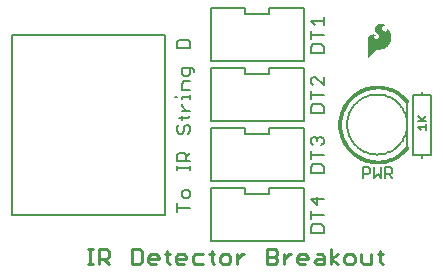
<source format=gto>
G75*
G70*
%OFA0B0*%
%FSLAX24Y24*%
%IPPOS*%
%LPD*%
%AMOC8*
5,1,8,0,0,1.08239X$1,22.5*
%
%ADD10C,0.0090*%
%ADD11C,0.0080*%
%ADD12C,0.0060*%
%ADD13C,0.0010*%
%ADD14C,0.0050*%
D10*
X005742Y000577D02*
X005912Y000577D01*
X005827Y000577D02*
X005827Y001087D01*
X005742Y001087D02*
X005912Y001087D01*
X006110Y001087D02*
X006365Y001087D01*
X006450Y001002D01*
X006450Y000832D01*
X006365Y000747D01*
X006110Y000747D01*
X006280Y000747D02*
X006450Y000577D01*
X006110Y000577D02*
X006110Y001087D01*
X007215Y001087D02*
X007215Y000577D01*
X007470Y000577D01*
X007555Y000662D01*
X007555Y001002D01*
X007470Y001087D01*
X007215Y001087D01*
X007767Y000832D02*
X007852Y000917D01*
X008022Y000917D01*
X008107Y000832D01*
X008107Y000747D01*
X007767Y000747D01*
X007767Y000662D02*
X007767Y000832D01*
X007767Y000662D02*
X007852Y000577D01*
X008022Y000577D01*
X008405Y000662D02*
X008490Y000577D01*
X008405Y000662D02*
X008405Y001002D01*
X008320Y000917D02*
X008490Y000917D01*
X008688Y000832D02*
X008773Y000917D01*
X008943Y000917D01*
X009028Y000832D01*
X009028Y000747D01*
X008688Y000747D01*
X008688Y000662D02*
X008688Y000832D01*
X008688Y000662D02*
X008773Y000577D01*
X008943Y000577D01*
X009240Y000662D02*
X009240Y000832D01*
X009325Y000917D01*
X009581Y000917D01*
X009793Y000917D02*
X009963Y000917D01*
X009878Y001002D02*
X009878Y000662D01*
X009963Y000577D01*
X010161Y000662D02*
X010246Y000577D01*
X010416Y000577D01*
X010501Y000662D01*
X010501Y000832D01*
X010416Y000917D01*
X010246Y000917D01*
X010161Y000832D01*
X010161Y000662D01*
X010714Y000747D02*
X010884Y000917D01*
X010969Y000917D01*
X010714Y000917D02*
X010714Y000577D01*
X011726Y000577D02*
X011726Y001087D01*
X011982Y001087D01*
X012067Y001002D01*
X012067Y000917D01*
X011982Y000832D01*
X011726Y000832D01*
X011982Y000832D02*
X012067Y000747D01*
X012067Y000662D01*
X011982Y000577D01*
X011726Y000577D01*
X012279Y000577D02*
X012279Y000917D01*
X012279Y000747D02*
X012449Y000917D01*
X012534Y000917D01*
X012739Y000832D02*
X012824Y000917D01*
X012994Y000917D01*
X013079Y000832D01*
X013079Y000747D01*
X012739Y000747D01*
X012739Y000662D02*
X012739Y000832D01*
X012739Y000662D02*
X012824Y000577D01*
X012994Y000577D01*
X013292Y000662D02*
X013377Y000747D01*
X013632Y000747D01*
X013632Y000832D02*
X013632Y000577D01*
X013377Y000577D01*
X013292Y000662D01*
X013377Y000917D02*
X013547Y000917D01*
X013632Y000832D01*
X013844Y000747D02*
X014099Y000917D01*
X014304Y000832D02*
X014304Y000662D01*
X014389Y000577D01*
X014560Y000577D01*
X014645Y000662D01*
X014645Y000832D01*
X014560Y000917D01*
X014389Y000917D01*
X014304Y000832D01*
X014099Y000577D02*
X013844Y000747D01*
X013844Y000577D02*
X013844Y001087D01*
X014857Y000917D02*
X014857Y000662D01*
X014942Y000577D01*
X015197Y000577D01*
X015197Y000917D01*
X015409Y000917D02*
X015579Y000917D01*
X015494Y001002D02*
X015494Y000662D01*
X015579Y000577D01*
X009581Y000577D02*
X009325Y000577D01*
X009240Y000662D01*
D11*
X008334Y002232D02*
X003215Y002232D01*
X003215Y008232D01*
X008334Y008232D01*
X008334Y002232D01*
X008736Y002322D02*
X008736Y002602D01*
X008736Y002462D02*
X009157Y002462D01*
X009086Y002782D02*
X008946Y002782D01*
X008876Y002852D01*
X008876Y002992D01*
X008946Y003062D01*
X009086Y003062D01*
X009157Y002992D01*
X009157Y002852D01*
X009086Y002782D01*
X009841Y003118D02*
X011003Y003118D01*
X011003Y002921D01*
X011790Y002921D01*
X011790Y003118D01*
X012952Y003118D01*
X012952Y001346D01*
X009841Y001346D01*
X009841Y003118D01*
X009841Y003346D02*
X009841Y005118D01*
X011003Y005118D01*
X011003Y004921D01*
X011790Y004921D01*
X011790Y005118D01*
X012952Y005118D01*
X012952Y003346D01*
X009841Y003346D01*
X009157Y003703D02*
X009157Y003843D01*
X009157Y003773D02*
X008736Y003773D01*
X008736Y003703D02*
X008736Y003843D01*
X008736Y004010D02*
X008736Y004220D01*
X008806Y004290D01*
X008946Y004290D01*
X009016Y004220D01*
X009016Y004010D01*
X009016Y004150D02*
X009157Y004290D01*
X009157Y004010D02*
X008736Y004010D01*
X008806Y004930D02*
X008876Y004930D01*
X008946Y005001D01*
X008946Y005141D01*
X009016Y005211D01*
X009086Y005211D01*
X009157Y005141D01*
X009157Y005001D01*
X009086Y004930D01*
X008806Y004930D02*
X008736Y005001D01*
X008736Y005141D01*
X008806Y005211D01*
X008876Y005391D02*
X008876Y005531D01*
X008806Y005461D02*
X009086Y005461D01*
X009157Y005531D01*
X009157Y005698D02*
X008876Y005698D01*
X008876Y005838D02*
X008876Y005908D01*
X008876Y005838D02*
X009016Y005698D01*
X008876Y006081D02*
X008876Y006151D01*
X009157Y006151D01*
X009157Y006081D02*
X009157Y006221D01*
X009157Y006388D02*
X008876Y006388D01*
X008876Y006598D01*
X008946Y006668D01*
X009157Y006668D01*
X009086Y006849D02*
X008946Y006849D01*
X008876Y006919D01*
X008876Y007129D01*
X009227Y007129D01*
X009297Y007059D01*
X009297Y006989D01*
X009157Y006919D02*
X009086Y006849D01*
X009157Y006919D02*
X009157Y007129D01*
X009841Y007118D02*
X011003Y007118D01*
X011003Y006921D01*
X011790Y006921D01*
X011790Y007118D01*
X012952Y007118D01*
X012952Y005346D01*
X009841Y005346D01*
X009841Y007118D01*
X009841Y007346D02*
X009841Y009118D01*
X011003Y009118D01*
X011003Y008921D01*
X011790Y008921D01*
X011790Y009118D01*
X012952Y009118D01*
X012952Y007346D01*
X009841Y007346D01*
X009157Y007769D02*
X009157Y007979D01*
X009086Y008050D01*
X008806Y008050D01*
X008736Y007979D01*
X008736Y007769D01*
X009157Y007769D01*
X008736Y006151D02*
X008666Y006151D01*
X013186Y006082D02*
X013186Y006362D01*
X013186Y006222D02*
X013607Y006222D01*
X013607Y006543D02*
X013326Y006823D01*
X013256Y006823D01*
X013186Y006753D01*
X013186Y006613D01*
X013256Y006543D01*
X013607Y006543D02*
X013607Y006823D01*
X013607Y007622D02*
X013186Y007622D01*
X013186Y007832D01*
X013256Y007902D01*
X013536Y007902D01*
X013607Y007832D01*
X013607Y007622D01*
X013186Y008082D02*
X013186Y008362D01*
X013186Y008222D02*
X013607Y008222D01*
X013607Y008543D02*
X013607Y008823D01*
X013607Y008683D02*
X013186Y008683D01*
X013326Y008543D01*
X016897Y006332D02*
X016897Y006232D01*
X017197Y006232D01*
X017197Y004232D01*
X016897Y004232D01*
X016897Y004132D01*
X016897Y004232D02*
X016597Y004232D01*
X016597Y006232D01*
X016897Y006232D01*
X016397Y005982D02*
X016397Y004482D01*
X013607Y004613D02*
X013536Y004543D01*
X013607Y004613D02*
X013607Y004753D01*
X013536Y004823D01*
X013466Y004823D01*
X013396Y004753D01*
X013396Y004683D01*
X013396Y004753D02*
X013326Y004823D01*
X013256Y004823D01*
X013186Y004753D01*
X013186Y004613D01*
X013256Y004543D01*
X013186Y004362D02*
X013186Y004082D01*
X013186Y004222D02*
X013607Y004222D01*
X013536Y003902D02*
X013256Y003902D01*
X013186Y003832D01*
X013186Y003622D01*
X013607Y003622D01*
X013607Y003832D01*
X013536Y003902D01*
X013396Y002823D02*
X013396Y002543D01*
X013186Y002753D01*
X013607Y002753D01*
X013186Y002362D02*
X013186Y002082D01*
X013256Y001902D02*
X013186Y001832D01*
X013186Y001622D01*
X013607Y001622D01*
X013607Y001832D01*
X013536Y001902D01*
X013256Y001902D01*
X013186Y002222D02*
X013607Y002222D01*
X013607Y005622D02*
X013186Y005622D01*
X013186Y005832D01*
X013256Y005902D01*
X013536Y005902D01*
X013607Y005832D01*
X013607Y005622D01*
D12*
X014397Y005232D02*
X014399Y005295D01*
X014405Y005357D01*
X014415Y005419D01*
X014428Y005481D01*
X014446Y005541D01*
X014467Y005600D01*
X014492Y005658D01*
X014521Y005714D01*
X014553Y005768D01*
X014588Y005820D01*
X014626Y005869D01*
X014668Y005917D01*
X014712Y005961D01*
X014760Y006003D01*
X014809Y006041D01*
X014861Y006076D01*
X014915Y006108D01*
X014971Y006137D01*
X015029Y006162D01*
X015088Y006183D01*
X015148Y006201D01*
X015210Y006214D01*
X015272Y006224D01*
X015334Y006230D01*
X015397Y006232D01*
X015460Y006230D01*
X015522Y006224D01*
X015584Y006214D01*
X015646Y006201D01*
X015706Y006183D01*
X015765Y006162D01*
X015823Y006137D01*
X015879Y006108D01*
X015933Y006076D01*
X015985Y006041D01*
X016034Y006003D01*
X016082Y005961D01*
X016126Y005917D01*
X016168Y005869D01*
X016206Y005820D01*
X016241Y005768D01*
X016273Y005714D01*
X016302Y005658D01*
X016327Y005600D01*
X016348Y005541D01*
X016366Y005481D01*
X016379Y005419D01*
X016389Y005357D01*
X016395Y005295D01*
X016397Y005232D01*
X016395Y005169D01*
X016389Y005107D01*
X016379Y005045D01*
X016366Y004983D01*
X016348Y004923D01*
X016327Y004864D01*
X016302Y004806D01*
X016273Y004750D01*
X016241Y004696D01*
X016206Y004644D01*
X016168Y004595D01*
X016126Y004547D01*
X016082Y004503D01*
X016034Y004461D01*
X015985Y004423D01*
X015933Y004388D01*
X015879Y004356D01*
X015823Y004327D01*
X015765Y004302D01*
X015706Y004281D01*
X015646Y004263D01*
X015584Y004250D01*
X015522Y004240D01*
X015460Y004234D01*
X015397Y004232D01*
X015334Y004234D01*
X015272Y004240D01*
X015210Y004250D01*
X015148Y004263D01*
X015088Y004281D01*
X015029Y004302D01*
X014971Y004327D01*
X014915Y004356D01*
X014861Y004388D01*
X014809Y004423D01*
X014760Y004461D01*
X014712Y004503D01*
X014668Y004547D01*
X014626Y004595D01*
X014588Y004644D01*
X014553Y004696D01*
X014521Y004750D01*
X014492Y004806D01*
X014467Y004864D01*
X014446Y004923D01*
X014428Y004983D01*
X014415Y005045D01*
X014405Y005107D01*
X014399Y005169D01*
X014397Y005232D01*
X014927Y003802D02*
X015097Y003802D01*
X015153Y003745D01*
X015153Y003632D01*
X015097Y003575D01*
X014927Y003575D01*
X014927Y003462D02*
X014927Y003802D01*
X015295Y003802D02*
X015295Y003462D01*
X015408Y003575D01*
X015522Y003462D01*
X015522Y003802D01*
X015663Y003802D02*
X015833Y003802D01*
X015890Y003745D01*
X015890Y003632D01*
X015833Y003575D01*
X015663Y003575D01*
X015663Y003462D02*
X015663Y003802D01*
X015777Y003575D02*
X015890Y003462D01*
D13*
X016429Y006012D02*
X016357Y005958D01*
X016358Y005959D02*
X016315Y006012D01*
X016270Y006063D01*
X016221Y006111D01*
X016170Y006156D01*
X016116Y006199D01*
X016060Y006238D01*
X016002Y006274D01*
X015942Y006307D01*
X015881Y006336D01*
X015817Y006361D01*
X015753Y006383D01*
X015687Y006402D01*
X015620Y006416D01*
X015553Y006427D01*
X015485Y006434D01*
X015417Y006437D01*
X015348Y006436D01*
X015280Y006431D01*
X015212Y006423D01*
X015145Y006410D01*
X015079Y006394D01*
X015014Y006374D01*
X014949Y006351D01*
X014887Y006324D01*
X014826Y006293D01*
X014767Y006259D01*
X014709Y006222D01*
X014654Y006181D01*
X014602Y006137D01*
X014552Y006091D01*
X014505Y006042D01*
X014460Y005990D01*
X014419Y005936D01*
X014380Y005879D01*
X014345Y005820D01*
X014314Y005760D01*
X014286Y005698D01*
X014261Y005634D01*
X014240Y005569D01*
X014223Y005503D01*
X014209Y005436D01*
X014200Y005368D01*
X014194Y005300D01*
X014192Y005232D01*
X014194Y005164D01*
X014200Y005096D01*
X014209Y005028D01*
X014223Y004961D01*
X014240Y004895D01*
X014261Y004830D01*
X014286Y004766D01*
X014314Y004704D01*
X014345Y004644D01*
X014380Y004585D01*
X014419Y004528D01*
X014460Y004474D01*
X014505Y004422D01*
X014552Y004373D01*
X014602Y004327D01*
X014654Y004283D01*
X014709Y004242D01*
X014767Y004205D01*
X014826Y004171D01*
X014887Y004140D01*
X014949Y004113D01*
X015014Y004090D01*
X015079Y004070D01*
X015145Y004054D01*
X015212Y004041D01*
X015280Y004033D01*
X015348Y004028D01*
X015417Y004027D01*
X015485Y004030D01*
X015553Y004037D01*
X015620Y004048D01*
X015687Y004062D01*
X015753Y004081D01*
X015817Y004103D01*
X015881Y004128D01*
X015942Y004157D01*
X016002Y004190D01*
X016060Y004226D01*
X016116Y004265D01*
X016170Y004308D01*
X016221Y004353D01*
X016270Y004401D01*
X016315Y004452D01*
X016358Y004505D01*
X016429Y004452D01*
X016430Y004451D01*
X016386Y004396D01*
X016338Y004343D01*
X016288Y004292D01*
X016235Y004245D01*
X016180Y004201D01*
X016122Y004159D01*
X016062Y004121D01*
X016001Y004086D01*
X015937Y004055D01*
X015872Y004027D01*
X015805Y004003D01*
X015737Y003982D01*
X015668Y003966D01*
X015598Y003953D01*
X015528Y003944D01*
X015457Y003938D01*
X015386Y003937D01*
X015315Y003940D01*
X015244Y003946D01*
X015174Y003956D01*
X015105Y003970D01*
X015036Y003988D01*
X014968Y004010D01*
X014902Y004035D01*
X014837Y004064D01*
X014774Y004097D01*
X014713Y004133D01*
X014654Y004172D01*
X014597Y004214D01*
X014542Y004259D01*
X014490Y004308D01*
X014441Y004359D01*
X014394Y004412D01*
X014351Y004469D01*
X014311Y004527D01*
X014274Y004588D01*
X014240Y004650D01*
X014210Y004714D01*
X014183Y004780D01*
X014160Y004847D01*
X014141Y004916D01*
X014126Y004985D01*
X014114Y005055D01*
X014106Y005126D01*
X014102Y005197D01*
X014102Y005267D01*
X014106Y005338D01*
X014114Y005409D01*
X014126Y005479D01*
X014141Y005548D01*
X014160Y005617D01*
X014183Y005684D01*
X014210Y005750D01*
X014240Y005814D01*
X014274Y005876D01*
X014311Y005937D01*
X014351Y005995D01*
X014394Y006052D01*
X014441Y006105D01*
X014490Y006156D01*
X014542Y006205D01*
X014597Y006250D01*
X014654Y006292D01*
X014713Y006331D01*
X014774Y006367D01*
X014837Y006400D01*
X014902Y006429D01*
X014968Y006454D01*
X015036Y006476D01*
X015105Y006494D01*
X015174Y006508D01*
X015244Y006518D01*
X015315Y006524D01*
X015386Y006527D01*
X015457Y006526D01*
X015528Y006520D01*
X015598Y006511D01*
X015668Y006498D01*
X015737Y006482D01*
X015805Y006461D01*
X015872Y006437D01*
X015937Y006409D01*
X016001Y006378D01*
X016062Y006343D01*
X016122Y006305D01*
X016180Y006263D01*
X016235Y006219D01*
X016288Y006172D01*
X016338Y006121D01*
X016386Y006068D01*
X016430Y006013D01*
X016423Y006008D01*
X016378Y006063D01*
X016331Y006116D01*
X016280Y006167D01*
X016227Y006214D01*
X016171Y006259D01*
X016113Y006300D01*
X016053Y006338D01*
X015991Y006373D01*
X015927Y006404D01*
X015861Y006431D01*
X015794Y006455D01*
X015725Y006475D01*
X015656Y006492D01*
X015586Y006504D01*
X015515Y006513D01*
X015444Y006517D01*
X015373Y006518D01*
X015302Y006514D01*
X015231Y006507D01*
X015160Y006496D01*
X015091Y006481D01*
X015022Y006462D01*
X014954Y006439D01*
X014888Y006413D01*
X014823Y006383D01*
X014761Y006349D01*
X014700Y006313D01*
X014641Y006272D01*
X014584Y006229D01*
X014530Y006182D01*
X014479Y006133D01*
X014431Y006080D01*
X014385Y006026D01*
X014343Y005968D01*
X014304Y005909D01*
X014268Y005847D01*
X014235Y005784D01*
X014207Y005719D01*
X014181Y005652D01*
X014160Y005584D01*
X014142Y005515D01*
X014129Y005445D01*
X014119Y005374D01*
X014113Y005303D01*
X014111Y005232D01*
X014113Y005161D01*
X014119Y005090D01*
X014129Y005019D01*
X014142Y004949D01*
X014160Y004880D01*
X014181Y004812D01*
X014207Y004745D01*
X014235Y004680D01*
X014268Y004617D01*
X014304Y004555D01*
X014343Y004496D01*
X014385Y004438D01*
X014431Y004384D01*
X014479Y004331D01*
X014530Y004282D01*
X014584Y004235D01*
X014641Y004192D01*
X014700Y004151D01*
X014761Y004115D01*
X014823Y004081D01*
X014888Y004051D01*
X014954Y004025D01*
X015022Y004002D01*
X015091Y003983D01*
X015160Y003968D01*
X015231Y003957D01*
X015302Y003950D01*
X015373Y003946D01*
X015444Y003947D01*
X015515Y003951D01*
X015586Y003960D01*
X015656Y003972D01*
X015725Y003989D01*
X015794Y004009D01*
X015861Y004033D01*
X015927Y004060D01*
X015991Y004091D01*
X016053Y004126D01*
X016113Y004164D01*
X016171Y004205D01*
X016227Y004250D01*
X016280Y004297D01*
X016331Y004348D01*
X016378Y004401D01*
X016423Y004456D01*
X016416Y004462D01*
X016371Y004407D01*
X016324Y004354D01*
X016274Y004304D01*
X016221Y004257D01*
X016166Y004213D01*
X016108Y004171D01*
X016049Y004134D01*
X015987Y004099D01*
X015923Y004068D01*
X015858Y004041D01*
X015791Y004017D01*
X015723Y003997D01*
X015654Y003981D01*
X015585Y003969D01*
X015514Y003960D01*
X015444Y003956D01*
X015373Y003955D01*
X015302Y003959D01*
X015232Y003966D01*
X015162Y003977D01*
X015093Y003992D01*
X015025Y004011D01*
X014957Y004033D01*
X014892Y004059D01*
X014827Y004089D01*
X014765Y004122D01*
X014705Y004159D01*
X014646Y004199D01*
X014590Y004242D01*
X014536Y004288D01*
X014486Y004338D01*
X014437Y004389D01*
X014392Y004444D01*
X014350Y004501D01*
X014311Y004560D01*
X014276Y004621D01*
X014243Y004684D01*
X014215Y004749D01*
X014190Y004815D01*
X014169Y004883D01*
X014151Y004951D01*
X014138Y005021D01*
X014128Y005091D01*
X014122Y005161D01*
X014120Y005232D01*
X014122Y005303D01*
X014128Y005373D01*
X014138Y005443D01*
X014151Y005513D01*
X014169Y005581D01*
X014190Y005649D01*
X014215Y005715D01*
X014243Y005780D01*
X014276Y005843D01*
X014311Y005904D01*
X014350Y005963D01*
X014392Y006020D01*
X014437Y006075D01*
X014486Y006126D01*
X014536Y006176D01*
X014590Y006222D01*
X014646Y006265D01*
X014705Y006305D01*
X014765Y006342D01*
X014827Y006375D01*
X014892Y006405D01*
X014957Y006431D01*
X015025Y006453D01*
X015093Y006472D01*
X015162Y006487D01*
X015232Y006498D01*
X015302Y006505D01*
X015373Y006509D01*
X015444Y006508D01*
X015514Y006504D01*
X015585Y006495D01*
X015654Y006483D01*
X015723Y006467D01*
X015791Y006447D01*
X015858Y006423D01*
X015923Y006396D01*
X015987Y006365D01*
X016049Y006330D01*
X016108Y006293D01*
X016166Y006251D01*
X016221Y006207D01*
X016274Y006160D01*
X016324Y006110D01*
X016371Y006057D01*
X016416Y006002D01*
X016408Y005997D01*
X016364Y006052D01*
X016316Y006105D01*
X016266Y006155D01*
X016213Y006203D01*
X016157Y006247D01*
X016099Y006288D01*
X016039Y006325D01*
X015977Y006360D01*
X015913Y006390D01*
X015847Y006417D01*
X015780Y006441D01*
X015712Y006460D01*
X015642Y006476D01*
X015572Y006488D01*
X015502Y006496D01*
X015431Y006500D01*
X015360Y006499D01*
X015289Y006495D01*
X015218Y006487D01*
X015148Y006475D01*
X015079Y006459D01*
X015011Y006440D01*
X014943Y006416D01*
X014878Y006389D01*
X014814Y006358D01*
X014752Y006324D01*
X014692Y006286D01*
X014634Y006244D01*
X014578Y006200D01*
X014525Y006153D01*
X014475Y006102D01*
X014428Y006049D01*
X014383Y005994D01*
X014342Y005936D01*
X014305Y005876D01*
X014270Y005813D01*
X014239Y005749D01*
X014212Y005684D01*
X014189Y005617D01*
X014169Y005548D01*
X014153Y005479D01*
X014141Y005409D01*
X014133Y005338D01*
X014129Y005268D01*
X014129Y005196D01*
X014133Y005126D01*
X014141Y005055D01*
X014153Y004985D01*
X014169Y004916D01*
X014189Y004847D01*
X014212Y004780D01*
X014239Y004715D01*
X014270Y004651D01*
X014305Y004588D01*
X014342Y004528D01*
X014383Y004470D01*
X014428Y004415D01*
X014475Y004362D01*
X014525Y004311D01*
X014578Y004264D01*
X014634Y004220D01*
X014692Y004178D01*
X014752Y004140D01*
X014814Y004106D01*
X014878Y004075D01*
X014943Y004048D01*
X015011Y004024D01*
X015079Y004005D01*
X015148Y003989D01*
X015218Y003977D01*
X015289Y003969D01*
X015360Y003965D01*
X015431Y003964D01*
X015502Y003968D01*
X015572Y003976D01*
X015642Y003988D01*
X015712Y004004D01*
X015780Y004023D01*
X015847Y004047D01*
X015913Y004074D01*
X015977Y004104D01*
X016039Y004139D01*
X016099Y004176D01*
X016157Y004217D01*
X016213Y004261D01*
X016266Y004309D01*
X016316Y004359D01*
X016364Y004412D01*
X016408Y004467D01*
X016401Y004473D01*
X016357Y004418D01*
X016310Y004365D01*
X016260Y004315D01*
X016207Y004268D01*
X016152Y004224D01*
X016094Y004184D01*
X016035Y004146D01*
X015973Y004112D01*
X015909Y004082D01*
X015844Y004055D01*
X015777Y004032D01*
X015709Y004012D01*
X015641Y003997D01*
X015571Y003985D01*
X015501Y003977D01*
X015430Y003973D01*
X015360Y003974D01*
X015289Y003978D01*
X015219Y003986D01*
X015150Y003998D01*
X015081Y004013D01*
X015013Y004033D01*
X014947Y004056D01*
X014882Y004083D01*
X014818Y004114D01*
X014756Y004148D01*
X014697Y004186D01*
X014639Y004227D01*
X014584Y004271D01*
X014531Y004318D01*
X014482Y004368D01*
X014435Y004420D01*
X014391Y004476D01*
X014350Y004533D01*
X014312Y004593D01*
X014278Y004655D01*
X014248Y004718D01*
X014221Y004783D01*
X014197Y004850D01*
X014178Y004918D01*
X014162Y004987D01*
X014150Y005056D01*
X014142Y005126D01*
X014138Y005197D01*
X014138Y005267D01*
X014142Y005338D01*
X014150Y005408D01*
X014162Y005477D01*
X014178Y005546D01*
X014197Y005614D01*
X014221Y005681D01*
X014248Y005746D01*
X014278Y005809D01*
X014312Y005871D01*
X014350Y005931D01*
X014391Y005988D01*
X014435Y006044D01*
X014482Y006096D01*
X014531Y006146D01*
X014584Y006193D01*
X014639Y006237D01*
X014697Y006278D01*
X014756Y006316D01*
X014818Y006350D01*
X014882Y006381D01*
X014947Y006408D01*
X015013Y006431D01*
X015081Y006451D01*
X015150Y006466D01*
X015219Y006478D01*
X015289Y006486D01*
X015360Y006490D01*
X015430Y006491D01*
X015501Y006487D01*
X015571Y006479D01*
X015641Y006467D01*
X015709Y006452D01*
X015777Y006432D01*
X015844Y006409D01*
X015909Y006382D01*
X015973Y006352D01*
X016035Y006318D01*
X016094Y006280D01*
X016152Y006240D01*
X016207Y006196D01*
X016260Y006149D01*
X016310Y006099D01*
X016357Y006046D01*
X016401Y005991D01*
X016394Y005986D01*
X016350Y006041D01*
X016303Y006093D01*
X016254Y006142D01*
X016201Y006189D01*
X016147Y006232D01*
X016089Y006273D01*
X016030Y006310D01*
X015969Y006344D01*
X015905Y006374D01*
X015841Y006401D01*
X015774Y006424D01*
X015707Y006443D01*
X015639Y006458D01*
X015570Y006470D01*
X015500Y006478D01*
X015430Y006482D01*
X015360Y006481D01*
X015290Y006477D01*
X015221Y006469D01*
X015152Y006458D01*
X015083Y006442D01*
X015016Y006423D01*
X014950Y006399D01*
X014885Y006372D01*
X014822Y006342D01*
X014761Y006308D01*
X014702Y006271D01*
X014644Y006230D01*
X014590Y006186D01*
X014538Y006140D01*
X014488Y006090D01*
X014441Y006038D01*
X014398Y005983D01*
X014357Y005926D01*
X014320Y005867D01*
X014286Y005805D01*
X014256Y005742D01*
X014229Y005677D01*
X014206Y005611D01*
X014187Y005544D01*
X014171Y005476D01*
X014159Y005407D01*
X014151Y005337D01*
X014147Y005267D01*
X014147Y005197D01*
X014151Y005127D01*
X014159Y005057D01*
X014171Y004988D01*
X014187Y004920D01*
X014206Y004853D01*
X014229Y004787D01*
X014256Y004722D01*
X014286Y004659D01*
X014320Y004597D01*
X014357Y004538D01*
X014398Y004481D01*
X014441Y004426D01*
X014488Y004374D01*
X014538Y004324D01*
X014590Y004278D01*
X014644Y004234D01*
X014702Y004193D01*
X014761Y004156D01*
X014822Y004122D01*
X014885Y004092D01*
X014950Y004065D01*
X015016Y004041D01*
X015083Y004022D01*
X015152Y004006D01*
X015221Y003995D01*
X015290Y003987D01*
X015360Y003983D01*
X015430Y003982D01*
X015500Y003986D01*
X015570Y003994D01*
X015639Y004006D01*
X015707Y004021D01*
X015774Y004040D01*
X015841Y004063D01*
X015905Y004090D01*
X015969Y004120D01*
X016030Y004154D01*
X016089Y004191D01*
X016147Y004232D01*
X016201Y004275D01*
X016254Y004322D01*
X016303Y004371D01*
X016350Y004423D01*
X016394Y004478D01*
X016387Y004483D01*
X016343Y004429D01*
X016297Y004377D01*
X016248Y004328D01*
X016196Y004282D01*
X016141Y004239D01*
X016084Y004199D01*
X016025Y004162D01*
X015964Y004128D01*
X015902Y004098D01*
X015837Y004072D01*
X015772Y004049D01*
X015705Y004030D01*
X015637Y004014D01*
X015568Y004003D01*
X015499Y003995D01*
X015430Y003991D01*
X015360Y003992D01*
X015291Y003996D01*
X015222Y004003D01*
X015153Y004015D01*
X015086Y004031D01*
X015019Y004050D01*
X014953Y004073D01*
X014889Y004100D01*
X014826Y004130D01*
X014765Y004164D01*
X014707Y004201D01*
X014650Y004241D01*
X014596Y004284D01*
X014544Y004331D01*
X014495Y004380D01*
X014448Y004432D01*
X014405Y004486D01*
X014365Y004543D01*
X014328Y004602D01*
X014294Y004663D01*
X014264Y004726D01*
X014237Y004790D01*
X014214Y004855D01*
X014195Y004922D01*
X014180Y004990D01*
X014168Y005059D01*
X014160Y005128D01*
X014156Y005197D01*
X014156Y005267D01*
X014160Y005336D01*
X014168Y005405D01*
X014180Y005474D01*
X014195Y005542D01*
X014214Y005609D01*
X014237Y005674D01*
X014264Y005738D01*
X014294Y005801D01*
X014328Y005862D01*
X014365Y005921D01*
X014405Y005978D01*
X014448Y006032D01*
X014495Y006084D01*
X014544Y006133D01*
X014596Y006180D01*
X014650Y006223D01*
X014707Y006263D01*
X014765Y006300D01*
X014826Y006334D01*
X014889Y006364D01*
X014953Y006391D01*
X015019Y006414D01*
X015086Y006433D01*
X015153Y006449D01*
X015222Y006461D01*
X015291Y006468D01*
X015360Y006472D01*
X015430Y006473D01*
X015499Y006469D01*
X015568Y006461D01*
X015637Y006450D01*
X015705Y006434D01*
X015772Y006415D01*
X015837Y006392D01*
X015902Y006366D01*
X015964Y006336D01*
X016025Y006302D01*
X016084Y006265D01*
X016141Y006225D01*
X016196Y006182D01*
X016248Y006136D01*
X016297Y006087D01*
X016343Y006035D01*
X016387Y005981D01*
X016380Y005975D01*
X016336Y006029D01*
X016290Y006080D01*
X016241Y006129D01*
X016190Y006175D01*
X016136Y006218D01*
X016079Y006258D01*
X016021Y006294D01*
X015960Y006328D01*
X015898Y006358D01*
X015834Y006384D01*
X015769Y006406D01*
X015703Y006425D01*
X015635Y006441D01*
X015567Y006452D01*
X015499Y006460D01*
X015430Y006464D01*
X015361Y006463D01*
X015292Y006459D01*
X015223Y006452D01*
X015155Y006440D01*
X015088Y006425D01*
X015021Y006405D01*
X014956Y006382D01*
X014893Y006356D01*
X014830Y006326D01*
X014770Y006293D01*
X014712Y006256D01*
X014655Y006216D01*
X014601Y006173D01*
X014550Y006127D01*
X014501Y006078D01*
X014455Y006026D01*
X014412Y005972D01*
X014372Y005916D01*
X014336Y005857D01*
X014302Y005797D01*
X014272Y005735D01*
X014246Y005671D01*
X014223Y005606D01*
X014204Y005539D01*
X014189Y005472D01*
X014177Y005404D01*
X014169Y005335D01*
X014165Y005267D01*
X014165Y005197D01*
X014169Y005129D01*
X014177Y005060D01*
X014189Y004992D01*
X014204Y004925D01*
X014223Y004858D01*
X014246Y004793D01*
X014272Y004729D01*
X014302Y004667D01*
X014336Y004607D01*
X014372Y004548D01*
X014412Y004492D01*
X014455Y004438D01*
X014501Y004386D01*
X014550Y004337D01*
X014601Y004291D01*
X014655Y004248D01*
X014712Y004208D01*
X014770Y004171D01*
X014830Y004138D01*
X014893Y004108D01*
X014956Y004082D01*
X015021Y004059D01*
X015088Y004039D01*
X015155Y004024D01*
X015223Y004012D01*
X015292Y004005D01*
X015361Y004001D01*
X015430Y004000D01*
X015499Y004004D01*
X015567Y004012D01*
X015635Y004023D01*
X015703Y004039D01*
X015769Y004058D01*
X015834Y004080D01*
X015898Y004106D01*
X015960Y004136D01*
X016021Y004170D01*
X016079Y004206D01*
X016136Y004246D01*
X016190Y004289D01*
X016241Y004335D01*
X016290Y004384D01*
X016336Y004435D01*
X016380Y004489D01*
X016372Y004494D01*
X016329Y004440D01*
X016283Y004389D01*
X016233Y004340D01*
X016182Y004294D01*
X016127Y004251D01*
X016070Y004211D01*
X016012Y004175D01*
X015951Y004141D01*
X015888Y004112D01*
X015824Y004086D01*
X015758Y004064D01*
X015691Y004045D01*
X015624Y004030D01*
X015555Y004019D01*
X015486Y004012D01*
X015417Y004009D01*
X015348Y004010D01*
X015278Y004015D01*
X015210Y004023D01*
X015142Y004036D01*
X015074Y004052D01*
X015008Y004073D01*
X014943Y004096D01*
X014879Y004124D01*
X014817Y004155D01*
X014757Y004190D01*
X014699Y004228D01*
X014643Y004269D01*
X014590Y004313D01*
X014539Y004360D01*
X014491Y004410D01*
X014446Y004463D01*
X014404Y004518D01*
X014365Y004575D01*
X014330Y004635D01*
X014298Y004696D01*
X014269Y004759D01*
X014244Y004824D01*
X014223Y004890D01*
X014205Y004957D01*
X014192Y005025D01*
X014182Y005094D01*
X014176Y005163D01*
X014174Y005232D01*
X014176Y005301D01*
X014182Y005370D01*
X014192Y005439D01*
X014205Y005507D01*
X014223Y005574D01*
X014244Y005640D01*
X014269Y005705D01*
X014298Y005768D01*
X014330Y005829D01*
X014365Y005889D01*
X014404Y005946D01*
X014446Y006001D01*
X014491Y006054D01*
X014539Y006104D01*
X014590Y006151D01*
X014643Y006195D01*
X014699Y006236D01*
X014757Y006274D01*
X014817Y006309D01*
X014879Y006340D01*
X014943Y006368D01*
X015008Y006391D01*
X015074Y006412D01*
X015142Y006428D01*
X015210Y006441D01*
X015278Y006449D01*
X015348Y006454D01*
X015417Y006455D01*
X015486Y006452D01*
X015555Y006445D01*
X015624Y006434D01*
X015691Y006419D01*
X015758Y006400D01*
X015824Y006378D01*
X015888Y006352D01*
X015951Y006323D01*
X016012Y006289D01*
X016070Y006253D01*
X016127Y006213D01*
X016182Y006170D01*
X016233Y006124D01*
X016283Y006075D01*
X016329Y006024D01*
X016372Y005970D01*
X016365Y005964D01*
X016322Y006018D01*
X016276Y006069D01*
X016227Y006118D01*
X016176Y006163D01*
X016122Y006206D01*
X016065Y006245D01*
X016007Y006282D01*
X015947Y006315D01*
X015884Y006344D01*
X015821Y006370D01*
X015755Y006392D01*
X015689Y006410D01*
X015622Y006425D01*
X015554Y006436D01*
X015485Y006443D01*
X015417Y006446D01*
X015348Y006445D01*
X015279Y006440D01*
X015211Y006432D01*
X015143Y006419D01*
X015077Y006403D01*
X015011Y006383D01*
X014946Y006359D01*
X014883Y006332D01*
X014822Y006301D01*
X014762Y006267D01*
X014704Y006229D01*
X014649Y006188D01*
X014596Y006144D01*
X014546Y006097D01*
X014498Y006048D01*
X014453Y005996D01*
X014411Y005941D01*
X014373Y005884D01*
X014338Y005825D01*
X014306Y005764D01*
X014277Y005701D01*
X014253Y005637D01*
X014231Y005571D01*
X014214Y005505D01*
X014201Y005437D01*
X014191Y005369D01*
X014185Y005301D01*
X014183Y005232D01*
X014185Y005163D01*
X014191Y005095D01*
X014201Y005027D01*
X014214Y004959D01*
X014231Y004893D01*
X014253Y004827D01*
X014277Y004763D01*
X014306Y004700D01*
X014338Y004639D01*
X014373Y004580D01*
X014411Y004523D01*
X014453Y004468D01*
X014498Y004416D01*
X014546Y004367D01*
X014596Y004320D01*
X014649Y004276D01*
X014704Y004235D01*
X014762Y004197D01*
X014822Y004163D01*
X014883Y004132D01*
X014946Y004105D01*
X015011Y004081D01*
X015077Y004061D01*
X015143Y004045D01*
X015211Y004032D01*
X015279Y004024D01*
X015348Y004019D01*
X015417Y004018D01*
X015485Y004021D01*
X015554Y004028D01*
X015622Y004039D01*
X015689Y004054D01*
X015755Y004072D01*
X015821Y004094D01*
X015884Y004120D01*
X015947Y004149D01*
X016007Y004182D01*
X016065Y004219D01*
X016122Y004258D01*
X016176Y004301D01*
X016227Y004346D01*
X016276Y004395D01*
X016322Y004446D01*
X016365Y004500D01*
X015097Y007483D02*
X015289Y007699D01*
X015323Y007730D01*
X015363Y007754D01*
X015377Y007759D01*
X015393Y007762D01*
X015483Y007762D01*
X015536Y007767D01*
X015588Y007781D01*
X015637Y007805D01*
X015682Y007837D01*
X015723Y007875D01*
X015758Y007919D01*
X015795Y007985D01*
X015820Y008057D01*
X015831Y008132D01*
X015829Y008208D01*
X015820Y008249D01*
X015806Y008288D01*
X015395Y008288D01*
X015403Y008280D02*
X015809Y008280D01*
X015806Y008288D02*
X015787Y008325D01*
X015751Y008370D01*
X015707Y008406D01*
X015707Y008371D01*
X015706Y008365D01*
X015754Y008365D01*
X015761Y008356D02*
X015701Y008356D01*
X015704Y008360D02*
X015692Y008345D01*
X015677Y008335D01*
X015669Y008332D01*
X015646Y008329D01*
X015624Y008334D01*
X015604Y008344D01*
X015568Y008370D01*
X015551Y008384D01*
X015537Y008401D01*
X015525Y008420D01*
X015517Y008440D01*
X015514Y008453D01*
X015515Y008466D01*
X015521Y008487D01*
X015533Y008507D01*
X015550Y008522D01*
X015570Y008533D01*
X015590Y008538D01*
X015611Y008541D01*
X015635Y008541D01*
X015635Y008541D01*
X015634Y008542D01*
X015616Y008555D01*
X015597Y008564D01*
X015583Y008570D01*
X015574Y008574D01*
X015539Y008582D01*
X015504Y008586D01*
X015469Y008583D01*
X015436Y008574D01*
X015406Y008559D01*
X015375Y008537D01*
X015348Y008511D01*
X015331Y008487D01*
X015320Y008460D01*
X015317Y008431D01*
X015321Y008402D01*
X015332Y008375D01*
X015378Y008306D01*
X015436Y008245D01*
X015451Y008227D01*
X015461Y008206D01*
X015465Y008183D01*
X015463Y008160D01*
X015830Y008160D01*
X015830Y008169D02*
X015464Y008169D01*
X015464Y008177D02*
X015830Y008177D01*
X015829Y008186D02*
X015464Y008186D01*
X015463Y008194D02*
X015829Y008194D01*
X015829Y008203D02*
X015461Y008203D01*
X015458Y008211D02*
X015828Y008211D01*
X015826Y008220D02*
X015454Y008220D01*
X015450Y008228D02*
X015824Y008228D01*
X015823Y008237D02*
X015442Y008237D01*
X015435Y008245D02*
X015821Y008245D01*
X015819Y008254D02*
X015427Y008254D01*
X015419Y008263D02*
X015815Y008263D01*
X015812Y008271D02*
X015411Y008271D01*
X015387Y008297D02*
X015802Y008297D01*
X015797Y008305D02*
X015379Y008305D01*
X015373Y008314D02*
X015793Y008314D01*
X015788Y008322D02*
X015367Y008322D01*
X015361Y008331D02*
X015638Y008331D01*
X015660Y008331D02*
X015782Y008331D01*
X015775Y008339D02*
X015683Y008339D01*
X015694Y008348D02*
X015768Y008348D01*
X015746Y008374D02*
X015707Y008374D01*
X015707Y008382D02*
X015736Y008382D01*
X015725Y008391D02*
X015707Y008391D01*
X015707Y008399D02*
X015715Y008399D01*
X015706Y008365D02*
X015704Y008360D01*
X015612Y008339D02*
X015355Y008339D01*
X015350Y008348D02*
X015598Y008348D01*
X015586Y008356D02*
X015344Y008356D01*
X015338Y008365D02*
X015574Y008365D01*
X015563Y008374D02*
X015332Y008374D01*
X015329Y008382D02*
X015553Y008382D01*
X015545Y008391D02*
X015325Y008391D01*
X015322Y008399D02*
X015538Y008399D01*
X015532Y008408D02*
X015320Y008408D01*
X015319Y008416D02*
X015527Y008416D01*
X015523Y008425D02*
X015317Y008425D01*
X015317Y008433D02*
X015519Y008433D01*
X015516Y008442D02*
X015318Y008442D01*
X015319Y008450D02*
X015514Y008450D01*
X015514Y008459D02*
X015320Y008459D01*
X015323Y008468D02*
X015515Y008468D01*
X015518Y008476D02*
X015326Y008476D01*
X015330Y008485D02*
X015520Y008485D01*
X015525Y008493D02*
X015335Y008493D01*
X015341Y008502D02*
X015530Y008502D01*
X015537Y008510D02*
X015347Y008510D01*
X015356Y008519D02*
X015546Y008519D01*
X015559Y008527D02*
X015365Y008527D01*
X015374Y008536D02*
X015581Y008536D01*
X015602Y008562D02*
X015411Y008562D01*
X015397Y008553D02*
X015619Y008553D01*
X015630Y008544D02*
X015386Y008544D01*
X015428Y008570D02*
X015582Y008570D01*
X015554Y008579D02*
X015453Y008579D01*
X015312Y008229D02*
X015305Y008229D01*
X015298Y008228D01*
X015292Y008225D01*
X015259Y008201D01*
X015253Y008196D01*
X015250Y008189D01*
X015246Y008171D01*
X015246Y008153D01*
X015250Y008136D01*
X015258Y008119D01*
X015272Y008105D01*
X015297Y008090D01*
X015324Y008081D01*
X015354Y008080D01*
X015378Y008084D01*
X015402Y008092D01*
X015425Y008104D01*
X015442Y008119D01*
X015455Y008138D01*
X015463Y008160D01*
X015460Y008151D02*
X015830Y008151D01*
X015831Y008143D02*
X015457Y008143D01*
X015453Y008134D02*
X015831Y008134D01*
X015830Y008126D02*
X015447Y008126D01*
X015440Y008117D02*
X015829Y008117D01*
X015827Y008109D02*
X015430Y008109D01*
X015418Y008100D02*
X015826Y008100D01*
X015825Y008092D02*
X015402Y008092D01*
X015374Y008083D02*
X015824Y008083D01*
X015822Y008075D02*
X015097Y008075D01*
X015097Y008080D02*
X015097Y007483D01*
X015097Y007485D02*
X015099Y007485D01*
X015097Y007494D02*
X015106Y007494D01*
X015114Y007502D02*
X015097Y007502D01*
X015097Y007511D02*
X015121Y007511D01*
X015129Y007519D02*
X015097Y007519D01*
X015097Y007528D02*
X015137Y007528D01*
X015144Y007536D02*
X015097Y007536D01*
X015097Y007545D02*
X015152Y007545D01*
X015159Y007553D02*
X015097Y007553D01*
X015097Y007562D02*
X015167Y007562D01*
X015174Y007571D02*
X015097Y007571D01*
X015097Y007579D02*
X015182Y007579D01*
X015190Y007588D02*
X015097Y007588D01*
X015097Y007596D02*
X015197Y007596D01*
X015205Y007605D02*
X015097Y007605D01*
X015097Y007613D02*
X015212Y007613D01*
X015220Y007622D02*
X015097Y007622D01*
X015097Y007630D02*
X015228Y007630D01*
X015235Y007639D02*
X015097Y007639D01*
X015097Y007647D02*
X015243Y007647D01*
X015250Y007656D02*
X015097Y007656D01*
X015097Y007664D02*
X015258Y007664D01*
X015266Y007673D02*
X015097Y007673D01*
X015097Y007682D02*
X015273Y007682D01*
X015281Y007690D02*
X015097Y007690D01*
X015097Y007699D02*
X015288Y007699D01*
X015298Y007707D02*
X015097Y007707D01*
X015097Y007716D02*
X015307Y007716D01*
X015316Y007724D02*
X015097Y007724D01*
X015097Y007733D02*
X015327Y007733D01*
X015342Y007741D02*
X015097Y007741D01*
X015097Y007750D02*
X015356Y007750D01*
X015375Y007758D02*
X015097Y007758D01*
X015097Y007767D02*
X015537Y007767D01*
X015568Y007776D02*
X015097Y007776D01*
X015097Y007784D02*
X015594Y007784D01*
X015612Y007793D02*
X015097Y007793D01*
X015097Y007801D02*
X015629Y007801D01*
X015644Y007810D02*
X015097Y007810D01*
X015097Y007818D02*
X015656Y007818D01*
X015668Y007827D02*
X015097Y007827D01*
X015097Y007835D02*
X015680Y007835D01*
X015689Y007844D02*
X015097Y007844D01*
X015097Y007852D02*
X015699Y007852D01*
X015708Y007861D02*
X015097Y007861D01*
X015097Y007870D02*
X015717Y007870D01*
X015725Y007878D02*
X015097Y007878D01*
X015097Y007887D02*
X015732Y007887D01*
X015739Y007895D02*
X015097Y007895D01*
X015097Y007904D02*
X015745Y007904D01*
X015752Y007912D02*
X015097Y007912D01*
X015097Y007921D02*
X015759Y007921D01*
X015763Y007929D02*
X015097Y007929D01*
X015097Y007938D02*
X015768Y007938D01*
X015773Y007946D02*
X015097Y007946D01*
X015097Y007955D02*
X015778Y007955D01*
X015783Y007964D02*
X015097Y007964D01*
X015097Y007972D02*
X015788Y007972D01*
X015792Y007981D02*
X015097Y007981D01*
X015097Y007989D02*
X015796Y007989D01*
X015799Y007998D02*
X015097Y007998D01*
X015097Y008006D02*
X015802Y008006D01*
X015805Y008015D02*
X015097Y008015D01*
X015097Y008023D02*
X015808Y008023D01*
X015811Y008032D02*
X015097Y008032D01*
X015097Y008040D02*
X015814Y008040D01*
X015817Y008049D02*
X015097Y008049D01*
X015097Y008057D02*
X015820Y008057D01*
X015821Y008066D02*
X015097Y008066D01*
X015097Y008080D02*
X015099Y008113D01*
X015109Y008144D01*
X015125Y008173D01*
X015143Y008194D01*
X015252Y008194D01*
X015249Y008186D02*
X015136Y008186D01*
X015143Y008194D02*
X015166Y008212D01*
X015191Y008225D01*
X015219Y008232D01*
X015256Y008235D01*
X015293Y008232D01*
X015312Y008229D01*
X015299Y008228D02*
X015205Y008228D01*
X015181Y008220D02*
X015285Y008220D01*
X015273Y008211D02*
X015165Y008211D01*
X015154Y008203D02*
X015261Y008203D01*
X015247Y008177D02*
X015128Y008177D01*
X015122Y008169D02*
X015246Y008169D01*
X015246Y008160D02*
X015118Y008160D01*
X015113Y008151D02*
X015246Y008151D01*
X015248Y008143D02*
X015108Y008143D01*
X015106Y008134D02*
X015250Y008134D01*
X015255Y008126D02*
X015103Y008126D01*
X015101Y008117D02*
X015260Y008117D01*
X015268Y008109D02*
X015099Y008109D01*
X015098Y008100D02*
X015279Y008100D01*
X015293Y008092D02*
X015098Y008092D01*
X015097Y008083D02*
X015318Y008083D01*
D14*
X016751Y005532D02*
X016931Y005351D01*
X016886Y005396D02*
X017022Y005532D01*
X017022Y005351D02*
X016751Y005351D01*
X017022Y005237D02*
X017022Y005057D01*
X017022Y005147D02*
X016751Y005147D01*
X016841Y005057D01*
M02*

</source>
